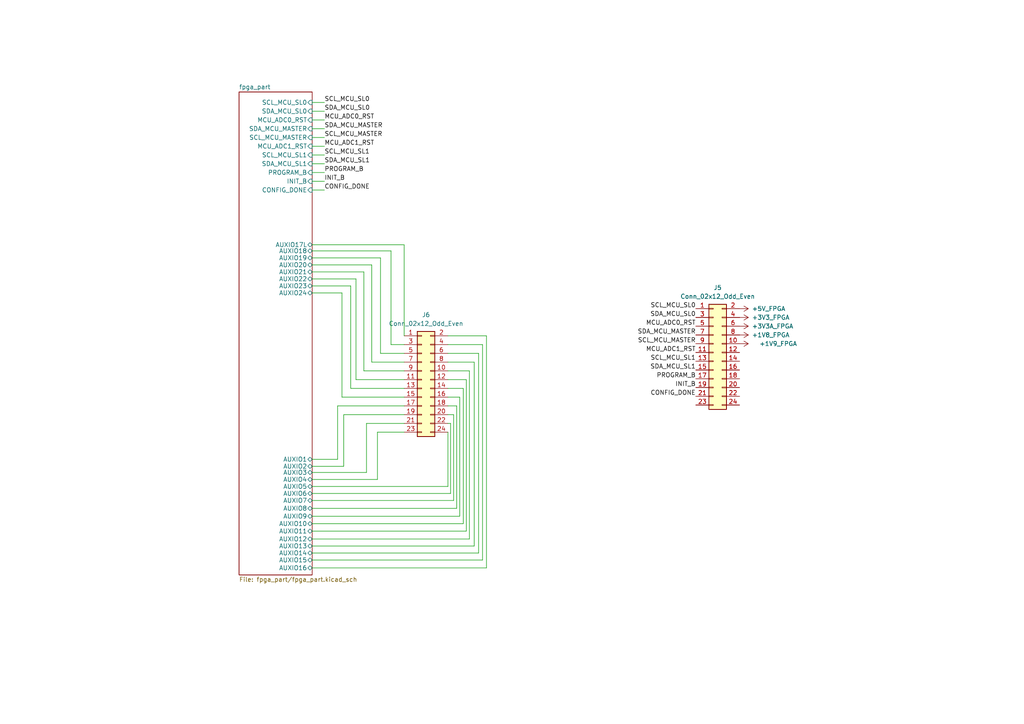
<source format=kicad_sch>
(kicad_sch (version 20211123) (generator eeschema)
  (paper "A4")
  (title_block (title "VGA Centrifuge") (date "2022-09-30") (rev "R1") (comment 1 "Author: Paolo Celati") (comment 2 "FPGA Toplevel"))
  (lib_symbols
    (symbol "Connector_Generic:Conn_02x12_Odd_Even" (pin_names (offset 1.016) hide)
      (property "Reference" "J" (at 1.27 15.24 0))
      (property "Value" "Conn_02x12_Odd_Even" (at 1.27 -17.78 0))
      (symbol "Conn_02x12_Odd_Even_1_1"
        (rectangle (start -1.27 -15.113) (end 0 -15.367) (stroke (width 0.1524)))
        (rectangle (start -1.27 -12.573) (end 0 -12.827) (stroke (width 0.1524)))
        (rectangle (start -1.27 -10.033) (end 0 -10.287) (stroke (width 0.1524)))
        (rectangle (start -1.27 -7.493) (end 0 -7.747) (stroke (width 0.1524)))
        (rectangle (start -1.27 -4.953) (end 0 -5.207) (stroke (width 0.1524)))
        (rectangle (start -1.27 -2.413) (end 0 -2.667) (stroke (width 0.1524)))
        (rectangle (start -1.27 0.127) (end 0 -0.127) (stroke (width 0.1524)))
        (rectangle (start -1.27 2.667) (end 0 2.413) (stroke (width 0.1524)))
        (rectangle (start -1.27 5.207) (end 0 4.953) (stroke (width 0.1524)))
        (rectangle (start -1.27 7.747) (end 0 7.493) (stroke (width 0.1524)))
        (rectangle (start -1.27 10.287) (end 0 10.033) (stroke (width 0.1524)))
        (rectangle (start -1.27 12.827) (end 0 12.573) (stroke (width 0.1524)))
        (rectangle (start -1.27 13.97) (end 3.81 -16.51) (stroke (width 0.254)) (fill (type background)))
        (rectangle (start 3.81 -15.113) (end 2.54 -15.367) (stroke (width 0.1524)))
        (rectangle (start 3.81 -12.573) (end 2.54 -12.827) (stroke (width 0.1524)))
        (rectangle (start 3.81 -10.033) (end 2.54 -10.287) (stroke (width 0.1524)))
        (rectangle (start 3.81 -7.493) (end 2.54 -7.747) (stroke (width 0.1524)))
        (rectangle (start 3.81 -4.953) (end 2.54 -5.207) (stroke (width 0.1524)))
        (rectangle (start 3.81 -2.413) (end 2.54 -2.667) (stroke (width 0.1524)))
        (rectangle (start 3.81 0.127) (end 2.54 -0.127) (stroke (width 0.1524)))
        (rectangle (start 3.81 2.667) (end 2.54 2.413) (stroke (width 0.1524)))
        (rectangle (start 3.81 5.207) (end 2.54 4.953) (stroke (width 0.1524)))
        (rectangle (start 3.81 7.747) (end 2.54 7.493) (stroke (width 0.1524)))
        (rectangle (start 3.81 10.287) (end 2.54 10.033) (stroke (width 0.1524)))
        (rectangle (start 3.81 12.827) (end 2.54 12.573) (stroke (width 0.1524)))
        (pin passive line (at -5.08 12.7 0) (length 3.81) (name "Pin_1") (number "1"))
        (pin passive line (at 7.62 2.54 180) (length 3.81) (name "Pin_10") (number "10"))
        (pin passive line (at -5.08 0 0) (length 3.81) (name "Pin_11") (number "11"))
        (pin passive line (at 7.62 0 180) (length 3.81) (name "Pin_12") (number "12"))
        (pin passive line (at -5.08 -2.54 0) (length 3.81) (name "Pin_13") (number "13"))
        (pin passive line (at 7.62 -2.54 180) (length 3.81) (name "Pin_14") (number "14"))
        (pin passive line (at -5.08 -5.08 0) (length 3.81) (name "Pin_15") (number "15"))
        (pin passive line (at 7.62 -5.08 180) (length 3.81) (name "Pin_16") (number "16"))
        (pin passive line (at -5.08 -7.62 0) (length 3.81) (name "Pin_17") (number "17"))
        (pin passive line (at 7.62 -7.62 180) (length 3.81) (name "Pin_18") (number "18"))
        (pin passive line (at -5.08 -10.16 0) (length 3.81) (name "Pin_19") (number "19"))
        (pin passive line (at 7.62 12.7 180) (length 3.81) (name "Pin_2") (number "2"))
        (pin passive line (at 7.62 -10.16 180) (length 3.81) (name "Pin_20") (number "20"))
        (pin passive line (at -5.08 -12.7 0) (length 3.81) (name "Pin_21") (number "21"))
        (pin passive line (at 7.62 -12.7 180) (length 3.81) (name "Pin_22") (number "22"))
        (pin passive line (at -5.08 -15.24 0) (length 3.81) (name "Pin_23") (number "23"))
        (pin passive line (at 7.62 -15.24 180) (length 3.81) (name "Pin_24") (number "24"))
        (pin passive line (at -5.08 10.16 0) (length 3.81) (name "Pin_3") (number "3"))
        (pin passive line (at 7.62 10.16 180) (length 3.81) (name "Pin_4") (number "4"))
        (pin passive line (at -5.08 7.62 0) (length 3.81) (name "Pin_5") (number "5"))
        (pin passive line (at 7.62 7.62 180) (length 3.81) (name "Pin_6") (number "6"))
        (pin passive line (at -5.08 5.08 0) (length 3.81) (name "Pin_7") (number "7"))
        (pin passive line (at 7.62 5.08 180) (length 3.81) (name "Pin_8") (number "8"))
        (pin passive line (at -5.08 2.54 0) (length 3.81) (name "Pin_9") (number "9"))
      )
    )
    (symbol "centrifuge_symbols:+1V8_FPGA" (power) (pin_names (offset 0))
      (property "Value" "+1V8_FPGA" (at 0 3.556 90))
      (symbol "+1V8_FPGA_0_1"
        (polyline (pts (xy -0.762 1.27) (xy 0 2.54)))
        (polyline (pts (xy 0 0) (xy 0 2.54)))
        (polyline (pts (xy 0 2.54) (xy 0.762 1.27)))
      )
      (symbol "+1V8_FPGA_1_1"
        (pin power_in line (at 0 0 90) (length 0) hide (name "+1V8_FPGA") (number "1"))
      )
    )
    (symbol "centrifuge_symbols:+1V9_FPGA" (power) (pin_names (offset 0))
      (property "Value" "+1V9_FPGA" (at 0 5.715 90))
      (symbol "+1V9_FPGA_0_1"
        (polyline (pts (xy -0.762 1.27) (xy 0 2.54)))
        (polyline (pts (xy 0 0) (xy 0 2.54)))
        (polyline (pts (xy 0 2.54) (xy 0.762 1.27)))
      )
      (symbol "+1V9_FPGA_1_1"
        (pin power_in line (at 0 0 90) (length 0) hide (name "+1V9_FPGA") (number "1"))
      )
    )
    (symbol "centrifuge_symbols:+3V3A_FPGA" (power) (pin_names (offset 0))
      (property "Value" "+3V3A_FPGA" (at 0 3.556 90))
      (symbol "+3V3A_FPGA_0_1"
        (polyline (pts (xy -0.762 1.27) (xy 0 2.54)))
        (polyline (pts (xy 0 0) (xy 0 2.54)))
        (polyline (pts (xy 0 2.54) (xy 0.762 1.27)))
      )
      (symbol "+3V3A_FPGA_1_1"
        (pin power_in line (at 0 0 90) (length 0) hide (name "+3V3A_FPGA") (number "1"))
      )
    )
    (symbol "centrifuge_symbols:+3V3_FPGA" (power) (pin_names (offset 0))
      (property "Value" "+3V3_FPGA" (at 0 3.556 90))
      (symbol "+3V3_FPGA_0_1"
        (polyline (pts (xy -0.762 1.27) (xy 0 2.54)))
        (polyline (pts (xy 0 0) (xy 0 2.54)))
        (polyline (pts (xy 0 2.54) (xy 0.762 1.27)))
      )
      (symbol "+3V3_FPGA_1_1"
        (pin power_in line (at 0 0 90) (length 0) hide (name "+3V3_FPGA") (number "1"))
      )
    )
    (symbol "centrifuge_symbols:+5V_FPGA" (power) (pin_names (offset 0))
      (property "Value" "+5V_FPGA" (at 0 3.556 90))
      (symbol "+5V_FPGA_0_1"
        (polyline (pts (xy -0.762 1.27) (xy 0 2.54)))
        (polyline (pts (xy 0 0) (xy 0 2.54)))
        (polyline (pts (xy 0 2.54) (xy 0.762 1.27)))
      )
      (symbol "+5V_FPGA_1_1"
        (pin power_in line (at 0 0 90) (length 0) hide (name "+5V_FPGA") (number "1"))
      )
    )
  )
  (bus_alias "COLOUR_BUS" (members "R9" "R8" "R7" "R6" "R5" "G9" "G8" "G7" "G6" "G5" "G4" "B9" "B8" "B7" "B6" "B5"))
  (wire (pts (xy 107.823 105.029) (xy 107.823 76.835)))
  (wire (pts (xy 135.255 110.109) (xy 135.255 154.051)))
  (wire (pts (xy 90.551 78.867) (xy 105.537 78.867)))
  (wire (pts (xy 90.551 141.097) (xy 129.921 141.097)))
  (wire (pts (xy 90.551 34.798) (xy 94.107 34.798)))
  (wire (pts (xy 99.187 84.963) (xy 90.551 84.963)))
  (wire (pts (xy 90.551 137.033) (xy 106.299 137.033)))
  (wire (pts (xy 90.551 44.958) (xy 94.107 44.958)))
  (wire (pts (xy 129.921 105.029) (xy 137.541 105.029)))
  (wire (pts (xy 97.917 117.729) (xy 117.221 117.729)))
  (wire (pts (xy 90.551 149.733) (xy 133.35 149.733)))
  (wire (pts (xy 90.551 143.129) (xy 130.683 143.129)))
  (wire (pts (xy 90.551 47.498) (xy 94.107 47.498)))
  (wire (pts (xy 90.551 147.447) (xy 132.461 147.447)))
  (wire (pts (xy 131.572 145.161) (xy 131.572 120.269)))
  (wire (pts (xy 132.461 117.729) (xy 132.461 147.447)))
  (wire (pts (xy 90.551 156.337) (xy 136.144 156.337)))
  (wire (pts (xy 90.551 133.223) (xy 97.917 133.223)))
  (wire (pts (xy 134.366 151.892) (xy 134.366 112.649)))
  (wire (pts (xy 105.537 107.569) (xy 117.221 107.569)))
  (wire (pts (xy 90.551 151.892) (xy 134.366 151.892)))
  (wire (pts (xy 99.695 120.269) (xy 117.221 120.269)))
  (wire (pts (xy 90.551 50.038) (xy 94.107 50.038)))
  (wire (pts (xy 133.35 149.733) (xy 133.35 115.189)))
  (wire (pts (xy 129.921 99.949) (xy 139.954 99.949)))
  (wire (pts (xy 117.221 110.109) (xy 103.251 110.109)))
  (wire (pts (xy 90.551 39.878) (xy 94.107 39.878)))
  (wire (pts (xy 90.551 42.418) (xy 94.107 42.418)))
  (wire (pts (xy 106.299 122.809) (xy 117.221 122.809)))
  (wire (pts (xy 134.366 112.649) (xy 129.921 112.649)))
  (wire (pts (xy 129.921 122.809) (xy 130.683 122.809)))
  (wire (pts (xy 90.551 139.065) (xy 109.474 139.065)))
  (wire (pts (xy 117.221 115.189) (xy 99.187 115.189)))
  (wire (pts (xy 90.551 164.719) (xy 141.097 164.719)))
  (wire (pts (xy 90.551 52.578) (xy 94.107 52.578)))
  (wire (pts (xy 117.221 70.993) (xy 117.221 97.409)))
  (wire (pts (xy 117.221 99.949) (xy 113.411 99.949)))
  (wire (pts (xy 99.187 115.189) (xy 99.187 84.963)))
  (wire (pts (xy 90.551 82.931) (xy 101.727 82.931)))
  (wire (pts (xy 90.551 32.258) (xy 94.107 32.258)))
  (wire (pts (xy 131.572 120.269) (xy 129.921 120.269)))
  (wire (pts (xy 90.551 162.433) (xy 139.954 162.433)))
  (wire (pts (xy 129.921 107.569) (xy 136.144 107.569)))
  (wire (pts (xy 90.551 158.369) (xy 137.541 158.369)))
  (wire (pts (xy 129.921 141.097) (xy 129.921 125.349)))
  (wire (pts (xy 117.221 105.029) (xy 107.823 105.029)))
  (wire (pts (xy 90.551 37.338) (xy 94.107 37.338)))
  (wire (pts (xy 138.811 102.489) (xy 129.921 102.489)))
  (wire (pts (xy 129.921 117.729) (xy 132.461 117.729)))
  (wire (pts (xy 97.917 133.223) (xy 97.917 117.729)))
  (wire (pts (xy 90.551 160.401) (xy 138.811 160.401)))
  (wire (pts (xy 105.537 78.867) (xy 105.537 107.569)))
  (wire (pts (xy 90.551 72.771) (xy 113.411 72.771)))
  (wire (pts (xy 110.363 102.489) (xy 117.221 102.489)))
  (wire (pts (xy 130.683 122.809) (xy 130.683 143.129)))
  (wire (pts (xy 90.551 154.051) (xy 135.255 154.051)))
  (wire (pts (xy 101.727 112.649) (xy 117.221 112.649)))
  (wire (pts (xy 101.727 82.931) (xy 101.727 112.649)))
  (wire (pts (xy 110.363 74.803) (xy 110.363 102.489)))
  (wire (pts (xy 90.551 74.803) (xy 110.363 74.803)))
  (wire (pts (xy 103.251 80.899) (xy 90.551 80.899)))
  (wire (pts (xy 103.251 110.109) (xy 103.251 80.899)))
  (wire (pts (xy 141.097 97.409) (xy 129.921 97.409)))
  (wire (pts (xy 106.299 137.033) (xy 106.299 122.809)))
  (wire (pts (xy 90.551 135.255) (xy 99.695 135.255)))
  (wire (pts (xy 90.551 70.993) (xy 117.221 70.993)))
  (wire (pts (xy 136.144 156.337) (xy 136.144 107.569)))
  (wire (pts (xy 90.551 55.118) (xy 94.107 55.118)))
  (wire (pts (xy 133.35 115.189) (xy 129.921 115.189)))
  (wire (pts (xy 141.097 164.719) (xy 141.097 97.409)))
  (wire (pts (xy 109.474 125.349) (xy 109.474 139.065)))
  (wire (pts (xy 107.823 76.835) (xy 90.551 76.835)))
  (wire (pts (xy 117.221 125.349) (xy 109.474 125.349)))
  (wire (pts (xy 138.811 160.401) (xy 138.811 102.489)))
  (wire (pts (xy 113.411 99.949) (xy 113.411 72.771)))
  (wire (pts (xy 90.551 145.161) (xy 131.572 145.161)))
  (wire (pts (xy 129.921 110.109) (xy 135.255 110.109)))
  (wire (pts (xy 90.551 29.718) (xy 94.107 29.718)))
  (wire (pts (xy 137.541 105.029) (xy 137.541 158.369)))
  (wire (pts (xy 139.954 99.949) (xy 139.954 162.433)))
  (wire (pts (xy 99.695 120.269) (xy 99.695 135.255)))
  (label "MCU_ADC0_RST" (at 201.803 94.615 180))
  (label "CONFIG_DONE" (at 201.803 114.935 180))
  (label "SCL_MCU_SL1" (at 201.803 104.775 180))
  (label "SDA_MCU_SL0" (at 94.107 32.258 0))
  (label "INIT_B" (at 94.107 52.578 0))
  (label "SDA_MCU_SL1" (at 201.803 107.315 180))
  (label "INIT_B" (at 201.803 112.395 180))
  (label "PROGRAM_B" (at 94.107 50.038 0))
  (label "SCL_MCU_SL1" (at 94.107 44.958 0))
  (label "SDA_MCU_MASTER" (at 94.107 37.338 0))
  (label "SCL_MCU_SL0" (at 201.803 89.535 180))
  (label "SCL_MCU_MASTER" (at 201.803 99.695 180))
  (label "SCL_MCU_MASTER" (at 94.107 39.878 0))
  (label "MCU_ADC0_RST" (at 94.107 34.798 0))
  (label "CONFIG_DONE" (at 94.107 55.118 0))
  (label "SCL_MCU_SL0" (at 94.107 29.718 0))
  (label "PROGRAM_B" (at 201.803 109.855 180))
  (label "MCU_ADC1_RST" (at 94.107 42.418 0))
  (label "SDA_MCU_SL0" (at 201.803 92.075 180))
  (label "SDA_MCU_SL1" (at 94.107 47.498 0))
  (label "SDA_MCU_MASTER" (at 201.803 97.155 180))
  (label "MCU_ADC1_RST" (at 201.803 102.235 180))
  (symbol (lib_id "Connector_Generic:Conn_02x12_Odd_Even") (at 122.301 110.109 0) (unit 1)
    (property "Reference" "J6" (at 123.571 91.313 0))
    (property "Value" "Conn_02x12_Odd_Even" (at 123.571 93.853 0))
    (property "Footprint" "Connector_PinHeader_2.54mm:PinHeader_2x12_P2.54mm_Horizontal" (effects hide))
  )
  (symbol (lib_id "Connector_Generic:Conn_02x12_Odd_Even") (at 206.883 102.235 0) (unit 1)
    (property "Reference" "J5" (at 208.153 83.439 0))
    (property "Value" "Conn_02x12_Odd_Even" (at 208.153 85.979 0))
    (property "Footprint" "Connector_PinHeader_2.54mm:PinHeader_2x12_P2.54mm_Horizontal" (effects hide))
  )
  (symbol (lib_id "centrifuge_symbols:+1V9_FPGA") (at 214.503 99.695 270) (unit 1)
    (property "Reference" "#PWR0232" (effects hide))
    (property "Value" "+1V9_FPGA" (at 220.218 99.695 90) (effects (justify left)))
  )
  (symbol (lib_id "centrifuge_symbols:+5V_FPGA") (at 214.503 89.535 270) (unit 1)
    (property "Reference" "#PWR0235" (effects hide))
    (property "Value" "+5V_FPGA" (at 218.059 89.535 90) (effects (justify left)))
  )
  (symbol (lib_id "centrifuge_symbols:+3V3_FPGA") (at 214.503 92.075 270) (unit 1)
    (property "Reference" "#PWR0234" (effects hide))
    (property "Value" "+3V3_FPGA" (at 218.059 92.075 90) (effects (justify left)))
  )
  (symbol (lib_id "centrifuge_symbols:+1V8_FPGA") (at 214.503 97.155 270) (unit 1)
    (property "Reference" "#PWR0233" (effects hide))
    (property "Value" "+1V8_FPGA" (at 218.059 97.155 90) (effects (justify left)))
  )
  (symbol (lib_id "centrifuge_symbols:+3V3A_FPGA") (at 214.503 94.615 270) (unit 1)
    (property "Reference" "#PWR0222" (effects hide))
    (property "Value" "+3V3A_FPGA" (at 218.059 94.615 90) (effects (justify left)))
  )
  (sheet (at 69.342 26.67) (size 21.209 140.081) (stroke (width 0.1524))
    (property "Sheet name" "fpga_part" (at 69.342 25.9584 0) (effects (justify left bottom)))
    (property "Sheet file" "fpga_part/fpga_part.kicad_sch" (at 69.342 167.3356 0) (effects (justify left top)))
    (pin "AUXIO18" bidirectional (at 90.551 72.771 0))
    (pin "AUXIO17L" bidirectional (at 90.551 70.993 0))
    (pin "AUXIO19" bidirectional (at 90.551 74.803 0))
    (pin "AUXIO23" bidirectional (at 90.551 82.931 0))
    (pin "AUXIO20" bidirectional (at 90.551 76.835 0))
    (pin "AUXIO21" bidirectional (at 90.551 78.867 0))
    (pin "AUXIO22" bidirectional (at 90.551 80.899 0))
    (pin "AUXIO24" bidirectional (at 90.551 84.963 0))
    (pin "MCU_ADC0_RST" input (at 90.551 34.798 0))
    (pin "SCL_MCU_SL0" input (at 90.551 29.718 0))
    (pin "SDA_MCU_MASTER" input (at 90.551 37.338 0))
    (pin "INIT_B" input (at 90.551 52.578 0))
    (pin "SCL_MCU_SL1" input (at 90.551 44.958 0))
    (pin "SDA_MCU_SL1" input (at 90.551 47.498 0))
    (pin "MCU_ADC1_RST" input (at 90.551 42.418 0))
    (pin "PROGRAM_B" input (at 90.551 50.038 0))
    (pin "SCL_MCU_MASTER" input (at 90.551 39.878 0))
    (pin "CONFIG_DONE" input (at 90.551 55.118 0))
    (pin "SDA_MCU_SL0" input (at 90.551 32.258 0))
    (pin "AUXIO1" bidirectional (at 90.551 133.223 0))
    (pin "AUXIO3" bidirectional (at 90.551 137.033 0))
    (pin "AUXIO2" bidirectional (at 90.551 135.255 0))
    (pin "AUXIO4" bidirectional (at 90.551 139.065 0))
    (pin "AUXIO5" bidirectional (at 90.551 141.097 0))
    (pin "AUXIO6" bidirectional (at 90.551 143.129 0))
    (pin "AUXIO7" bidirectional (at 90.551 145.161 0))
    (pin "AUXIO8" bidirectional (at 90.551 147.447 0))
    (pin "AUXIO9" bidirectional (at 90.551 149.733 0))
    (pin "AUXIO10" bidirectional (at 90.551 151.892 0))
    (pin "AUXIO11" bidirectional (at 90.551 154.051 0))
    (pin "AUXIO12" bidirectional (at 90.551 156.337 0))
    (pin "AUXIO15" bidirectional (at 90.551 162.433 0))
    (pin "AUXIO14" bidirectional (at 90.551 160.401 0))
    (pin "AUXIO13" bidirectional (at 90.551 158.369 0))
    (pin "AUXIO16" bidirectional (at 90.551 164.719 0))
  )
)
</source>
